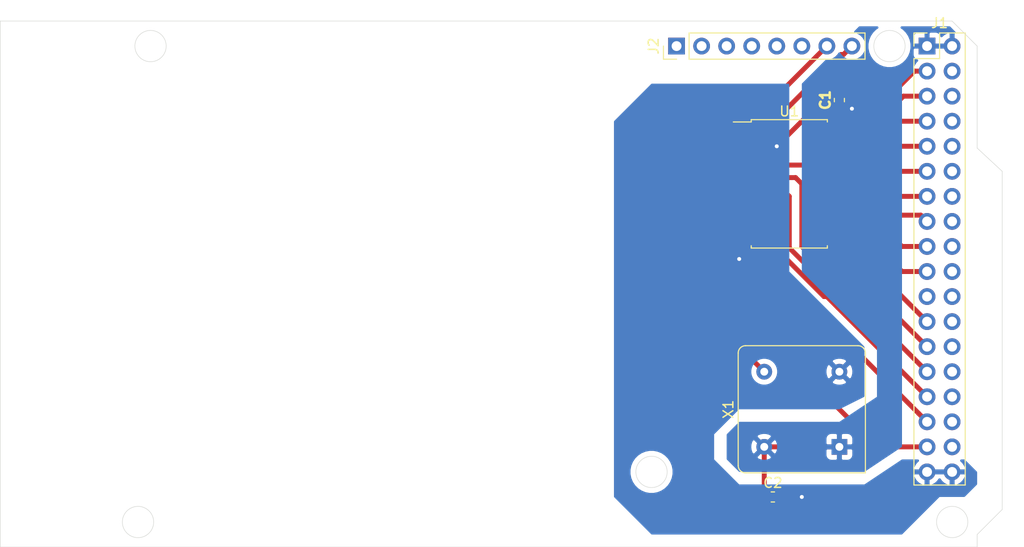
<source format=kicad_pcb>
(kicad_pcb (version 20171130) (host pcbnew "(5.1.5)-3")

  (general
    (thickness 1.6)
    (drawings 14)
    (tracks 92)
    (zones 0)
    (modules 6)
    (nets 44)
  )

  (page A4)
  (layers
    (0 F.Cu signal)
    (31 B.Cu signal)
    (32 B.Adhes user)
    (33 F.Adhes user)
    (34 B.Paste user)
    (35 F.Paste user)
    (36 B.SilkS user)
    (37 F.SilkS user)
    (38 B.Mask user)
    (39 F.Mask user)
    (40 Dwgs.User user)
    (41 Cmts.User user)
    (42 Eco1.User user)
    (43 Eco2.User user)
    (44 Edge.Cuts user)
    (45 Margin user)
    (46 B.CrtYd user)
    (47 F.CrtYd user)
    (48 B.Fab user)
    (49 F.Fab user)
  )

  (setup
    (last_trace_width 0.5)
    (trace_clearance 0.5)
    (zone_clearance 0.508)
    (zone_45_only no)
    (trace_min 0.2)
    (via_size 0.8)
    (via_drill 0.4)
    (via_min_size 0.4)
    (via_min_drill 0.3)
    (uvia_size 0.3)
    (uvia_drill 0.1)
    (uvias_allowed no)
    (uvia_min_size 0.2)
    (uvia_min_drill 0.1)
    (edge_width 0.05)
    (segment_width 0.2)
    (pcb_text_width 0.3)
    (pcb_text_size 1.5 1.5)
    (mod_edge_width 0.12)
    (mod_text_size 1 1)
    (mod_text_width 0.15)
    (pad_size 1.524 1.524)
    (pad_drill 0.762)
    (pad_to_mask_clearance 0.051)
    (solder_mask_min_width 0.25)
    (aux_axis_origin 0 0)
    (visible_elements 7FFFFFFF)
    (pcbplotparams
      (layerselection 0x010fc_ffffffff)
      (usegerberextensions false)
      (usegerberattributes false)
      (usegerberadvancedattributes false)
      (creategerberjobfile false)
      (excludeedgelayer true)
      (linewidth 0.100000)
      (plotframeref false)
      (viasonmask false)
      (mode 1)
      (useauxorigin false)
      (hpglpennumber 1)
      (hpglpenspeed 20)
      (hpglpendiameter 15.000000)
      (psnegative false)
      (psa4output false)
      (plotreference true)
      (plotvalue true)
      (plotinvisibletext false)
      (padsonsilk false)
      (subtractmaskfromsilk false)
      (outputformat 1)
      (mirror false)
      (drillshape 1)
      (scaleselection 1)
      (outputdirectory ""))
  )

  (net 0 "")
  (net 1 GND)
  (net 2 +5V)
  (net 3 "Net-(J1-Pad34)")
  (net 4 "Net-(J1-Pad32)")
  (net 5 -IACK-)
  (net 6 "Net-(J1-Pad30)")
  (net 7 -INT-)
  (net 8 "Net-(J1-Pad28)")
  (net 9 A0)
  (net 10 "Net-(J1-Pad26)")
  (net 11 -WR-)
  (net 12 "Net-(J1-Pad24)")
  (net 13 -RD-)
  (net 14 "Net-(J1-Pad22)")
  (net 15 -CS-)
  (net 16 "Net-(J1-Pad20)")
  (net 17 -RST-)
  (net 18 "Net-(J1-Pad18)")
  (net 19 D7)
  (net 20 "Net-(J1-Pad16)")
  (net 21 D6)
  (net 22 "Net-(J1-Pad14)")
  (net 23 D5)
  (net 24 "Net-(J1-Pad12)")
  (net 25 D4)
  (net 26 "Net-(J1-Pad10)")
  (net 27 D3)
  (net 28 "Net-(J1-Pad8)")
  (net 29 D2)
  (net 30 "Net-(J1-Pad6)")
  (net 31 D1)
  (net 32 "Net-(J1-Pad4)")
  (net 33 D0)
  (net 34 SDA)
  (net 35 SCL)
  (net 36 "Net-(J2-Pad6)")
  (net 37 "Net-(J2-Pad5)")
  (net 38 "Net-(J2-Pad4)")
  (net 39 "Net-(J2-Pad3)")
  (net 40 "Net-(J2-Pad2)")
  (net 41 "Net-(J2-Pad1)")
  (net 42 /CLK)
  (net 43 "Net-(J1-Pad21)")

  (net_class Default "This is the default net class."
    (clearance 0.5)
    (trace_width 0.5)
    (via_dia 0.8)
    (via_drill 0.4)
    (uvia_dia 0.3)
    (uvia_drill 0.1)
    (add_net +5V)
    (add_net -CS-)
    (add_net -IACK-)
    (add_net -INT-)
    (add_net -RD-)
    (add_net -RST-)
    (add_net -WR-)
    (add_net /CLK)
    (add_net A0)
    (add_net D0)
    (add_net D1)
    (add_net D2)
    (add_net D3)
    (add_net D4)
    (add_net D5)
    (add_net D6)
    (add_net D7)
    (add_net GND)
    (add_net "Net-(J1-Pad10)")
    (add_net "Net-(J1-Pad12)")
    (add_net "Net-(J1-Pad14)")
    (add_net "Net-(J1-Pad16)")
    (add_net "Net-(J1-Pad18)")
    (add_net "Net-(J1-Pad20)")
    (add_net "Net-(J1-Pad21)")
    (add_net "Net-(J1-Pad22)")
    (add_net "Net-(J1-Pad24)")
    (add_net "Net-(J1-Pad26)")
    (add_net "Net-(J1-Pad28)")
    (add_net "Net-(J1-Pad30)")
    (add_net "Net-(J1-Pad32)")
    (add_net "Net-(J1-Pad34)")
    (add_net "Net-(J1-Pad4)")
    (add_net "Net-(J1-Pad6)")
    (add_net "Net-(J1-Pad8)")
    (add_net "Net-(J2-Pad1)")
    (add_net "Net-(J2-Pad2)")
    (add_net "Net-(J2-Pad3)")
    (add_net "Net-(J2-Pad4)")
    (add_net "Net-(J2-Pad5)")
    (add_net "Net-(J2-Pad6)")
    (add_net SCL)
    (add_net SDA)
  )

  (module Package_SO:SOIC-20W_7.5x12.8mm_P1.27mm (layer F.Cu) (tedit 5D9F72B1) (tstamp 5DFCD0D1)
    (at 207.01 90.17)
    (descr "SOIC, 20 Pin (JEDEC MS-013AC, https://www.analog.com/media/en/package-pcb-resources/package/233848rw_20.pdf), generated with kicad-footprint-generator ipc_gullwing_generator.py")
    (tags "SOIC SO")
    (path /5E0FF1AA)
    (attr smd)
    (fp_text reference U1 (at 0 -7.35) (layer F.SilkS)
      (effects (font (size 1 1) (thickness 0.15)))
    )
    (fp_text value PCF8584 (at 0 7.35) (layer F.Fab)
      (effects (font (size 1 1) (thickness 0.15)))
    )
    (fp_text user %R (at 0 0) (layer F.Fab)
      (effects (font (size 1 1) (thickness 0.15)))
    )
    (fp_line (start 5.93 -6.65) (end -5.93 -6.65) (layer F.CrtYd) (width 0.05))
    (fp_line (start 5.93 6.65) (end 5.93 -6.65) (layer F.CrtYd) (width 0.05))
    (fp_line (start -5.93 6.65) (end 5.93 6.65) (layer F.CrtYd) (width 0.05))
    (fp_line (start -5.93 -6.65) (end -5.93 6.65) (layer F.CrtYd) (width 0.05))
    (fp_line (start -3.75 -5.4) (end -2.75 -6.4) (layer F.Fab) (width 0.1))
    (fp_line (start -3.75 6.4) (end -3.75 -5.4) (layer F.Fab) (width 0.1))
    (fp_line (start 3.75 6.4) (end -3.75 6.4) (layer F.Fab) (width 0.1))
    (fp_line (start 3.75 -6.4) (end 3.75 6.4) (layer F.Fab) (width 0.1))
    (fp_line (start -2.75 -6.4) (end 3.75 -6.4) (layer F.Fab) (width 0.1))
    (fp_line (start -3.86 -6.275) (end -5.675 -6.275) (layer F.SilkS) (width 0.12))
    (fp_line (start -3.86 -6.51) (end -3.86 -6.275) (layer F.SilkS) (width 0.12))
    (fp_line (start 0 -6.51) (end -3.86 -6.51) (layer F.SilkS) (width 0.12))
    (fp_line (start 3.86 -6.51) (end 3.86 -6.275) (layer F.SilkS) (width 0.12))
    (fp_line (start 0 -6.51) (end 3.86 -6.51) (layer F.SilkS) (width 0.12))
    (fp_line (start -3.86 6.51) (end -3.86 6.275) (layer F.SilkS) (width 0.12))
    (fp_line (start 0 6.51) (end -3.86 6.51) (layer F.SilkS) (width 0.12))
    (fp_line (start 3.86 6.51) (end 3.86 6.275) (layer F.SilkS) (width 0.12))
    (fp_line (start 0 6.51) (end 3.86 6.51) (layer F.SilkS) (width 0.12))
    (pad 20 smd roundrect (at 4.65 -5.715) (size 2.05 0.6) (layers F.Cu F.Paste F.Mask) (roundrect_rratio 0.25)
      (net 2 +5V))
    (pad 19 smd roundrect (at 4.65 -4.445) (size 2.05 0.6) (layers F.Cu F.Paste F.Mask) (roundrect_rratio 0.25)
      (net 17 -RST-))
    (pad 18 smd roundrect (at 4.65 -3.175) (size 2.05 0.6) (layers F.Cu F.Paste F.Mask) (roundrect_rratio 0.25)
      (net 11 -WR-))
    (pad 17 smd roundrect (at 4.65 -1.905) (size 2.05 0.6) (layers F.Cu F.Paste F.Mask) (roundrect_rratio 0.25)
      (net 15 -CS-))
    (pad 16 smd roundrect (at 4.65 -0.635) (size 2.05 0.6) (layers F.Cu F.Paste F.Mask) (roundrect_rratio 0.25)
      (net 13 -RD-))
    (pad 15 smd roundrect (at 4.65 0.635) (size 2.05 0.6) (layers F.Cu F.Paste F.Mask) (roundrect_rratio 0.25)
      (net 19 D7))
    (pad 14 smd roundrect (at 4.65 1.905) (size 2.05 0.6) (layers F.Cu F.Paste F.Mask) (roundrect_rratio 0.25)
      (net 21 D6))
    (pad 13 smd roundrect (at 4.65 3.175) (size 2.05 0.6) (layers F.Cu F.Paste F.Mask) (roundrect_rratio 0.25)
      (net 23 D5))
    (pad 12 smd roundrect (at 4.65 4.445) (size 2.05 0.6) (layers F.Cu F.Paste F.Mask) (roundrect_rratio 0.25)
      (net 25 D4))
    (pad 11 smd roundrect (at 4.65 5.715) (size 2.05 0.6) (layers F.Cu F.Paste F.Mask) (roundrect_rratio 0.25)
      (net 27 D3))
    (pad 10 smd roundrect (at -4.65 5.715) (size 2.05 0.6) (layers F.Cu F.Paste F.Mask) (roundrect_rratio 0.25)
      (net 1 GND))
    (pad 9 smd roundrect (at -4.65 4.445) (size 2.05 0.6) (layers F.Cu F.Paste F.Mask) (roundrect_rratio 0.25)
      (net 29 D2))
    (pad 8 smd roundrect (at -4.65 3.175) (size 2.05 0.6) (layers F.Cu F.Paste F.Mask) (roundrect_rratio 0.25)
      (net 31 D1))
    (pad 7 smd roundrect (at -4.65 1.905) (size 2.05 0.6) (layers F.Cu F.Paste F.Mask) (roundrect_rratio 0.25)
      (net 33 D0))
    (pad 6 smd roundrect (at -4.65 0.635) (size 2.05 0.6) (layers F.Cu F.Paste F.Mask) (roundrect_rratio 0.25)
      (net 9 A0))
    (pad 5 smd roundrect (at -4.65 -0.635) (size 2.05 0.6) (layers F.Cu F.Paste F.Mask) (roundrect_rratio 0.25)
      (net 7 -INT-))
    (pad 4 smd roundrect (at -4.65 -1.905) (size 2.05 0.6) (layers F.Cu F.Paste F.Mask) (roundrect_rratio 0.25)
      (net 5 -IACK-))
    (pad 3 smd roundrect (at -4.65 -3.175) (size 2.05 0.6) (layers F.Cu F.Paste F.Mask) (roundrect_rratio 0.25)
      (net 35 SCL))
    (pad 2 smd roundrect (at -4.65 -4.445) (size 2.05 0.6) (layers F.Cu F.Paste F.Mask) (roundrect_rratio 0.25)
      (net 34 SDA))
    (pad 1 smd roundrect (at -4.65 -5.715) (size 2.05 0.6) (layers F.Cu F.Paste F.Mask) (roundrect_rratio 0.25)
      (net 42 /CLK))
    (model ${KISYS3DMOD}/Package_SO.3dshapes/SOIC-20W_7.5x12.8mm_P1.27mm.wrl
      (at (xyz 0 0 0))
      (scale (xyz 1 1 1))
      (rotate (xyz 0 0 0))
    )
  )

  (module Connector_PinHeader_2.54mm:PinHeader_1x08_P2.54mm_Vertical (layer F.Cu) (tedit 59FED5CC) (tstamp 5DFCE0FD)
    (at 195.58 76.2 90)
    (descr "Through hole straight pin header, 1x08, 2.54mm pitch, single row")
    (tags "Through hole pin header THT 1x08 2.54mm single row")
    (path /5DFD613A)
    (fp_text reference J2 (at 0 -2.33 90) (layer F.SilkS)
      (effects (font (size 1 1) (thickness 0.15)))
    )
    (fp_text value Conn_01x08 (at 0 20.11 90) (layer F.Fab)
      (effects (font (size 1 1) (thickness 0.15)))
    )
    (fp_text user %R (at 0 8.89) (layer F.Fab)
      (effects (font (size 1 1) (thickness 0.15)))
    )
    (fp_line (start 1.8 -1.8) (end -1.8 -1.8) (layer F.CrtYd) (width 0.05))
    (fp_line (start 1.8 19.55) (end 1.8 -1.8) (layer F.CrtYd) (width 0.05))
    (fp_line (start -1.8 19.55) (end 1.8 19.55) (layer F.CrtYd) (width 0.05))
    (fp_line (start -1.8 -1.8) (end -1.8 19.55) (layer F.CrtYd) (width 0.05))
    (fp_line (start -1.33 -1.33) (end 0 -1.33) (layer F.SilkS) (width 0.12))
    (fp_line (start -1.33 0) (end -1.33 -1.33) (layer F.SilkS) (width 0.12))
    (fp_line (start -1.33 1.27) (end 1.33 1.27) (layer F.SilkS) (width 0.12))
    (fp_line (start 1.33 1.27) (end 1.33 19.11) (layer F.SilkS) (width 0.12))
    (fp_line (start -1.33 1.27) (end -1.33 19.11) (layer F.SilkS) (width 0.12))
    (fp_line (start -1.33 19.11) (end 1.33 19.11) (layer F.SilkS) (width 0.12))
    (fp_line (start -1.27 -0.635) (end -0.635 -1.27) (layer F.Fab) (width 0.1))
    (fp_line (start -1.27 19.05) (end -1.27 -0.635) (layer F.Fab) (width 0.1))
    (fp_line (start 1.27 19.05) (end -1.27 19.05) (layer F.Fab) (width 0.1))
    (fp_line (start 1.27 -1.27) (end 1.27 19.05) (layer F.Fab) (width 0.1))
    (fp_line (start -0.635 -1.27) (end 1.27 -1.27) (layer F.Fab) (width 0.1))
    (pad 8 thru_hole oval (at 0 17.78 90) (size 1.7 1.7) (drill 1) (layers *.Cu *.Mask)
      (net 35 SCL))
    (pad 7 thru_hole oval (at 0 15.24 90) (size 1.7 1.7) (drill 1) (layers *.Cu *.Mask)
      (net 34 SDA))
    (pad 6 thru_hole oval (at 0 12.7 90) (size 1.7 1.7) (drill 1) (layers *.Cu *.Mask)
      (net 36 "Net-(J2-Pad6)"))
    (pad 5 thru_hole oval (at 0 10.16 90) (size 1.7 1.7) (drill 1) (layers *.Cu *.Mask)
      (net 37 "Net-(J2-Pad5)"))
    (pad 4 thru_hole oval (at 0 7.62 90) (size 1.7 1.7) (drill 1) (layers *.Cu *.Mask)
      (net 38 "Net-(J2-Pad4)"))
    (pad 3 thru_hole oval (at 0 5.08 90) (size 1.7 1.7) (drill 1) (layers *.Cu *.Mask)
      (net 39 "Net-(J2-Pad3)"))
    (pad 2 thru_hole oval (at 0 2.54 90) (size 1.7 1.7) (drill 1) (layers *.Cu *.Mask)
      (net 40 "Net-(J2-Pad2)"))
    (pad 1 thru_hole rect (at 0 0 90) (size 1.7 1.7) (drill 1) (layers *.Cu *.Mask)
      (net 41 "Net-(J2-Pad1)"))
    (model ${KISYS3DMOD}/Connector_PinHeader_2.54mm.3dshapes/PinHeader_1x08_P2.54mm_Vertical.wrl
      (at (xyz 0 0 0))
      (scale (xyz 1 1 1))
      (rotate (xyz 0 0 0))
    )
  )

  (module Oscillator:Oscillator_DIP-8 (layer F.Cu) (tedit 58CD3344) (tstamp 5DFCD0F3)
    (at 212.09 116.84 90)
    (descr "Oscillator, DIP8,http://cdn-reichelt.de/documents/datenblatt/B400/OSZI.pdf")
    (tags oscillator)
    (path /5E100596)
    (fp_text reference X1 (at 3.81 -11.26 90) (layer F.SilkS)
      (effects (font (size 1 1) (thickness 0.15)))
    )
    (fp_text value 8MHz (at 3.81 3.74 90) (layer F.Fab)
      (effects (font (size 1 1) (thickness 0.15)))
    )
    (fp_arc (start -1.89 -9.51) (end -2.54 -9.51) (angle 90) (layer F.Fab) (width 0.1))
    (fp_arc (start 9.51 -9.51) (end 9.51 -10.16) (angle 90) (layer F.Fab) (width 0.1))
    (fp_arc (start 9.51 1.89) (end 10.16 1.89) (angle 90) (layer F.Fab) (width 0.1))
    (fp_arc (start -1.89 -9.51) (end -2.64 -9.51) (angle 90) (layer F.SilkS) (width 0.12))
    (fp_arc (start 9.51 -9.51) (end 9.51 -10.26) (angle 90) (layer F.SilkS) (width 0.12))
    (fp_arc (start 9.51 1.89) (end 10.26 1.89) (angle 90) (layer F.SilkS) (width 0.12))
    (fp_arc (start -1.19 -8.81) (end -1.54 -8.81) (angle 90) (layer F.Fab) (width 0.1))
    (fp_arc (start 8.81 -8.81) (end 8.81 -9.16) (angle 90) (layer F.Fab) (width 0.1))
    (fp_arc (start 8.81 1.19) (end 9.16 1.19) (angle 90) (layer F.Fab) (width 0.1))
    (fp_line (start -2.54 2.54) (end -2.54 -9.51) (layer F.Fab) (width 0.1))
    (fp_line (start -1.89 -10.16) (end 9.51 -10.16) (layer F.Fab) (width 0.1))
    (fp_line (start 10.16 -9.51) (end 10.16 1.89) (layer F.Fab) (width 0.1))
    (fp_line (start -2.54 2.54) (end 9.51 2.54) (layer F.Fab) (width 0.1))
    (fp_line (start -2.64 2.64) (end 9.51 2.64) (layer F.SilkS) (width 0.12))
    (fp_line (start 10.26 1.89) (end 10.26 -9.51) (layer F.SilkS) (width 0.12))
    (fp_line (start 9.51 -10.26) (end -1.89 -10.26) (layer F.SilkS) (width 0.12))
    (fp_line (start -2.64 -9.51) (end -2.64 2.64) (layer F.SilkS) (width 0.12))
    (fp_line (start -1.54 1.54) (end 8.81 1.54) (layer F.Fab) (width 0.1))
    (fp_line (start -1.54 1.54) (end -1.54 -8.81) (layer F.Fab) (width 0.1))
    (fp_line (start -1.19 -9.16) (end 8.81 -9.16) (layer F.Fab) (width 0.1))
    (fp_line (start 9.16 1.19) (end 9.16 -8.81) (layer F.Fab) (width 0.1))
    (fp_line (start -2.79 2.79) (end 10.41 2.79) (layer F.CrtYd) (width 0.05))
    (fp_line (start -2.79 -10.41) (end -2.79 2.79) (layer F.CrtYd) (width 0.05))
    (fp_line (start 10.41 -10.41) (end -2.79 -10.41) (layer F.CrtYd) (width 0.05))
    (fp_line (start 10.41 2.79) (end 10.41 -10.41) (layer F.CrtYd) (width 0.05))
    (fp_text user %R (at 3.81 -3.81 90) (layer F.Fab)
      (effects (font (size 1 1) (thickness 0.15)))
    )
    (pad 4 thru_hole circle (at 7.62 0 90) (size 1.6 1.6) (drill 0.8) (layers *.Cu *.Mask)
      (net 1 GND))
    (pad 5 thru_hole circle (at 7.62 -7.62 90) (size 1.6 1.6) (drill 0.8) (layers *.Cu *.Mask)
      (net 42 /CLK))
    (pad 8 thru_hole circle (at 0 -7.62 90) (size 1.6 1.6) (drill 0.8) (layers *.Cu *.Mask)
      (net 2 +5V))
    (pad 1 thru_hole rect (at 0 0 90) (size 1.6 1.6) (drill 0.8) (layers *.Cu *.Mask)
      (net 2 +5V))
    (model ${KISYS3DMOD}/Oscillator.3dshapes/Oscillator_DIP-8.wrl
      (at (xyz 0 0 0))
      (scale (xyz 1 1 1))
      (rotate (xyz 0 0 0))
    )
  )

  (module Connector_PinHeader_2.54mm:PinHeader_2x18_P2.54mm_Vertical (layer F.Cu) (tedit 59FED5CC) (tstamp 5DFCD090)
    (at 220.98 76.2)
    (descr "Through hole straight pin header, 2x18, 2.54mm pitch, double rows")
    (tags "Through hole pin header THT 2x18 2.54mm double row")
    (path /5E1401B5)
    (fp_text reference J1 (at 1.27 -2.33) (layer F.SilkS)
      (effects (font (size 1 1) (thickness 0.15)))
    )
    (fp_text value Conn_02x18_Odd_Even (at 1.27 45.51) (layer F.Fab)
      (effects (font (size 1 1) (thickness 0.15)))
    )
    (fp_text user %R (at 1.27 21.59 90) (layer F.Fab)
      (effects (font (size 1 1) (thickness 0.15)))
    )
    (fp_line (start 4.35 -1.8) (end -1.8 -1.8) (layer F.CrtYd) (width 0.05))
    (fp_line (start 4.35 44.95) (end 4.35 -1.8) (layer F.CrtYd) (width 0.05))
    (fp_line (start -1.8 44.95) (end 4.35 44.95) (layer F.CrtYd) (width 0.05))
    (fp_line (start -1.8 -1.8) (end -1.8 44.95) (layer F.CrtYd) (width 0.05))
    (fp_line (start -1.33 -1.33) (end 0 -1.33) (layer F.SilkS) (width 0.12))
    (fp_line (start -1.33 0) (end -1.33 -1.33) (layer F.SilkS) (width 0.12))
    (fp_line (start 1.27 -1.33) (end 3.87 -1.33) (layer F.SilkS) (width 0.12))
    (fp_line (start 1.27 1.27) (end 1.27 -1.33) (layer F.SilkS) (width 0.12))
    (fp_line (start -1.33 1.27) (end 1.27 1.27) (layer F.SilkS) (width 0.12))
    (fp_line (start 3.87 -1.33) (end 3.87 44.51) (layer F.SilkS) (width 0.12))
    (fp_line (start -1.33 1.27) (end -1.33 44.51) (layer F.SilkS) (width 0.12))
    (fp_line (start -1.33 44.51) (end 3.87 44.51) (layer F.SilkS) (width 0.12))
    (fp_line (start -1.27 0) (end 0 -1.27) (layer F.Fab) (width 0.1))
    (fp_line (start -1.27 44.45) (end -1.27 0) (layer F.Fab) (width 0.1))
    (fp_line (start 3.81 44.45) (end -1.27 44.45) (layer F.Fab) (width 0.1))
    (fp_line (start 3.81 -1.27) (end 3.81 44.45) (layer F.Fab) (width 0.1))
    (fp_line (start 0 -1.27) (end 3.81 -1.27) (layer F.Fab) (width 0.1))
    (pad 36 thru_hole oval (at 2.54 43.18) (size 1.7 1.7) (drill 1) (layers *.Cu *.Mask)
      (net 1 GND))
    (pad 35 thru_hole oval (at 0 43.18) (size 1.7 1.7) (drill 1) (layers *.Cu *.Mask)
      (net 1 GND))
    (pad 34 thru_hole oval (at 2.54 40.64) (size 1.7 1.7) (drill 1) (layers *.Cu *.Mask)
      (net 3 "Net-(J1-Pad34)"))
    (pad 33 thru_hole oval (at 0 40.64) (size 1.7 1.7) (drill 1) (layers *.Cu *.Mask)
      (net 29 D2))
    (pad 32 thru_hole oval (at 2.54 38.1) (size 1.7 1.7) (drill 1) (layers *.Cu *.Mask)
      (net 4 "Net-(J1-Pad32)"))
    (pad 31 thru_hole oval (at 0 38.1) (size 1.7 1.7) (drill 1) (layers *.Cu *.Mask)
      (net 31 D1))
    (pad 30 thru_hole oval (at 2.54 35.56) (size 1.7 1.7) (drill 1) (layers *.Cu *.Mask)
      (net 6 "Net-(J1-Pad30)"))
    (pad 29 thru_hole oval (at 0 35.56) (size 1.7 1.7) (drill 1) (layers *.Cu *.Mask)
      (net 33 D0))
    (pad 28 thru_hole oval (at 2.54 33.02) (size 1.7 1.7) (drill 1) (layers *.Cu *.Mask)
      (net 8 "Net-(J1-Pad28)"))
    (pad 27 thru_hole oval (at 0 33.02) (size 1.7 1.7) (drill 1) (layers *.Cu *.Mask)
      (net 9 A0))
    (pad 26 thru_hole oval (at 2.54 30.48) (size 1.7 1.7) (drill 1) (layers *.Cu *.Mask)
      (net 10 "Net-(J1-Pad26)"))
    (pad 25 thru_hole oval (at 0 30.48) (size 1.7 1.7) (drill 1) (layers *.Cu *.Mask)
      (net 7 -INT-))
    (pad 24 thru_hole oval (at 2.54 27.94) (size 1.7 1.7) (drill 1) (layers *.Cu *.Mask)
      (net 12 "Net-(J1-Pad24)"))
    (pad 23 thru_hole oval (at 0 27.94) (size 1.7 1.7) (drill 1) (layers *.Cu *.Mask)
      (net 5 -IACK-))
    (pad 22 thru_hole oval (at 2.54 25.4) (size 1.7 1.7) (drill 1) (layers *.Cu *.Mask)
      (net 14 "Net-(J1-Pad22)"))
    (pad 21 thru_hole oval (at 0 25.4) (size 1.7 1.7) (drill 1) (layers *.Cu *.Mask)
      (net 43 "Net-(J1-Pad21)"))
    (pad 20 thru_hole oval (at 2.54 22.86) (size 1.7 1.7) (drill 1) (layers *.Cu *.Mask)
      (net 16 "Net-(J1-Pad20)"))
    (pad 19 thru_hole oval (at 0 22.86) (size 1.7 1.7) (drill 1) (layers *.Cu *.Mask)
      (net 27 D3))
    (pad 18 thru_hole oval (at 2.54 20.32) (size 1.7 1.7) (drill 1) (layers *.Cu *.Mask)
      (net 18 "Net-(J1-Pad18)"))
    (pad 17 thru_hole oval (at 0 20.32) (size 1.7 1.7) (drill 1) (layers *.Cu *.Mask)
      (net 25 D4))
    (pad 16 thru_hole oval (at 2.54 17.78) (size 1.7 1.7) (drill 1) (layers *.Cu *.Mask)
      (net 20 "Net-(J1-Pad16)"))
    (pad 15 thru_hole oval (at 0 17.78) (size 1.7 1.7) (drill 1) (layers *.Cu *.Mask)
      (net 23 D5))
    (pad 14 thru_hole oval (at 2.54 15.24) (size 1.7 1.7) (drill 1) (layers *.Cu *.Mask)
      (net 22 "Net-(J1-Pad14)"))
    (pad 13 thru_hole oval (at 0 15.24) (size 1.7 1.7) (drill 1) (layers *.Cu *.Mask)
      (net 21 D6))
    (pad 12 thru_hole oval (at 2.54 12.7) (size 1.7 1.7) (drill 1) (layers *.Cu *.Mask)
      (net 24 "Net-(J1-Pad12)"))
    (pad 11 thru_hole oval (at 0 12.7) (size 1.7 1.7) (drill 1) (layers *.Cu *.Mask)
      (net 19 D7))
    (pad 10 thru_hole oval (at 2.54 10.16) (size 1.7 1.7) (drill 1) (layers *.Cu *.Mask)
      (net 26 "Net-(J1-Pad10)"))
    (pad 9 thru_hole oval (at 0 10.16) (size 1.7 1.7) (drill 1) (layers *.Cu *.Mask)
      (net 13 -RD-))
    (pad 8 thru_hole oval (at 2.54 7.62) (size 1.7 1.7) (drill 1) (layers *.Cu *.Mask)
      (net 28 "Net-(J1-Pad8)"))
    (pad 7 thru_hole oval (at 0 7.62) (size 1.7 1.7) (drill 1) (layers *.Cu *.Mask)
      (net 15 -CS-))
    (pad 6 thru_hole oval (at 2.54 5.08) (size 1.7 1.7) (drill 1) (layers *.Cu *.Mask)
      (net 30 "Net-(J1-Pad6)"))
    (pad 5 thru_hole oval (at 0 5.08) (size 1.7 1.7) (drill 1) (layers *.Cu *.Mask)
      (net 11 -WR-))
    (pad 4 thru_hole oval (at 2.54 2.54) (size 1.7 1.7) (drill 1) (layers *.Cu *.Mask)
      (net 32 "Net-(J1-Pad4)"))
    (pad 3 thru_hole oval (at 0 2.54) (size 1.7 1.7) (drill 1) (layers *.Cu *.Mask)
      (net 17 -RST-))
    (pad 2 thru_hole oval (at 2.54 0) (size 1.7 1.7) (drill 1) (layers *.Cu *.Mask)
      (net 2 +5V))
    (pad 1 thru_hole rect (at 0 0) (size 1.7 1.7) (drill 1) (layers *.Cu *.Mask)
      (net 2 +5V))
    (model ${KISYS3DMOD}/Connector_PinHeader_2.54mm.3dshapes/PinHeader_2x18_P2.54mm_Vertical.wrl
      (at (xyz 0 0 0))
      (scale (xyz 1 1 1))
      (rotate (xyz 0 0 0))
    )
  )

  (module Capacitor_SMD:C_0603_1608Metric_Pad1.05x0.95mm_HandSolder (layer F.Cu) (tedit 5B301BBE) (tstamp 5DFCD056)
    (at 205.345 121.92)
    (descr "Capacitor SMD 0603 (1608 Metric), square (rectangular) end terminal, IPC_7351 nominal with elongated pad for handsoldering. (Body size source: http://www.tortai-tech.com/upload/download/2011102023233369053.pdf), generated with kicad-footprint-generator")
    (tags "capacitor handsolder")
    (path /5E105B53)
    (attr smd)
    (fp_text reference C2 (at 0 -1.43) (layer F.SilkS)
      (effects (font (size 1 1) (thickness 0.15)))
    )
    (fp_text value 0.1u (at 0 1.43) (layer F.Fab)
      (effects (font (size 1 1) (thickness 0.15)))
    )
    (fp_text user %R (at 0 0) (layer F.Fab)
      (effects (font (size 0.4 0.4) (thickness 0.06)))
    )
    (fp_line (start 1.65 0.73) (end -1.65 0.73) (layer F.CrtYd) (width 0.05))
    (fp_line (start 1.65 -0.73) (end 1.65 0.73) (layer F.CrtYd) (width 0.05))
    (fp_line (start -1.65 -0.73) (end 1.65 -0.73) (layer F.CrtYd) (width 0.05))
    (fp_line (start -1.65 0.73) (end -1.65 -0.73) (layer F.CrtYd) (width 0.05))
    (fp_line (start -0.171267 0.51) (end 0.171267 0.51) (layer F.SilkS) (width 0.12))
    (fp_line (start -0.171267 -0.51) (end 0.171267 -0.51) (layer F.SilkS) (width 0.12))
    (fp_line (start 0.8 0.4) (end -0.8 0.4) (layer F.Fab) (width 0.1))
    (fp_line (start 0.8 -0.4) (end 0.8 0.4) (layer F.Fab) (width 0.1))
    (fp_line (start -0.8 -0.4) (end 0.8 -0.4) (layer F.Fab) (width 0.1))
    (fp_line (start -0.8 0.4) (end -0.8 -0.4) (layer F.Fab) (width 0.1))
    (pad 2 smd roundrect (at 0.875 0) (size 1.05 0.95) (layers F.Cu F.Paste F.Mask) (roundrect_rratio 0.25)
      (net 1 GND))
    (pad 1 smd roundrect (at -0.875 0) (size 1.05 0.95) (layers F.Cu F.Paste F.Mask) (roundrect_rratio 0.25)
      (net 2 +5V))
    (model ${KISYS3DMOD}/Capacitor_SMD.3dshapes/C_0603_1608Metric.wrl
      (at (xyz 0 0 0))
      (scale (xyz 1 1 1))
      (rotate (xyz 0 0 0))
    )
  )

  (module Capacitor_SMD:C_0603_1608Metric_Pad1.05x0.95mm_HandSolder (layer F.Cu) (tedit 5B301BBE) (tstamp 5DFCFDF5)
    (at 212.09 81.675 90)
    (descr "Capacitor SMD 0603 (1608 Metric), square (rectangular) end terminal, IPC_7351 nominal with elongated pad for handsoldering. (Body size source: http://www.tortai-tech.com/upload/download/2011102023233369053.pdf), generated with kicad-footprint-generator")
    (tags "capacitor handsolder")
    (path /5E1090D9)
    (attr smd)
    (fp_text reference C1 (at 0 -1.43 90) (layer F.SilkS)
      (effects (font (size 1 1) (thickness 0.25)))
    )
    (fp_text value 0.1u (at 0 1.43 90) (layer F.Fab)
      (effects (font (size 1 1) (thickness 0.15)))
    )
    (fp_text user %R (at 0 0 90) (layer F.Fab)
      (effects (font (size 0.4 0.4) (thickness 0.06)))
    )
    (fp_line (start 1.65 0.73) (end -1.65 0.73) (layer F.CrtYd) (width 0.05))
    (fp_line (start 1.65 -0.73) (end 1.65 0.73) (layer F.CrtYd) (width 0.05))
    (fp_line (start -1.65 -0.73) (end 1.65 -0.73) (layer F.CrtYd) (width 0.05))
    (fp_line (start -1.65 0.73) (end -1.65 -0.73) (layer F.CrtYd) (width 0.05))
    (fp_line (start -0.171267 0.51) (end 0.171267 0.51) (layer F.SilkS) (width 0.12))
    (fp_line (start -0.171267 -0.51) (end 0.171267 -0.51) (layer F.SilkS) (width 0.12))
    (fp_line (start 0.8 0.4) (end -0.8 0.4) (layer F.Fab) (width 0.1))
    (fp_line (start 0.8 -0.4) (end 0.8 0.4) (layer F.Fab) (width 0.1))
    (fp_line (start -0.8 -0.4) (end 0.8 -0.4) (layer F.Fab) (width 0.1))
    (fp_line (start -0.8 0.4) (end -0.8 -0.4) (layer F.Fab) (width 0.1))
    (pad 2 smd roundrect (at 0.875 0 90) (size 1.05 0.95) (layers F.Cu F.Paste F.Mask) (roundrect_rratio 0.25)
      (net 1 GND))
    (pad 1 smd roundrect (at -0.875 0 90) (size 1.05 0.95) (layers F.Cu F.Paste F.Mask) (roundrect_rratio 0.25)
      (net 2 +5V))
    (model ${KISYS3DMOD}/Capacitor_SMD.3dshapes/C_0603_1608Metric.wrl
      (at (xyz 0 0 0))
      (scale (xyz 1 1 1))
      (rotate (xyz 0 0 0))
    )
  )

  (gr_circle (center 140.97 124.46) (end 142.5575 124.46) (layer Edge.Cuts) (width 0.05) (tstamp 5DFCD7EE))
  (gr_circle (center 142.24 76.2) (end 143.8275 76.2) (layer Edge.Cuts) (width 0.05) (tstamp 5DFCD7EE))
  (gr_circle (center 193.04 119.38) (end 194.6275 119.38) (layer Edge.Cuts) (width 0.05) (tstamp 5DFCD7EE))
  (gr_circle (center 217.17 76.2) (end 218.7575 76.2) (layer Edge.Cuts) (width 0.05))
  (gr_circle (center 223.53 124.46) (end 225.1175 124.46) (layer Edge.Cuts) (width 0.05))
  (gr_line (start 226.06 125.73) (end 228.6 123.19) (layer Edge.Cuts) (width 0.05) (tstamp 5DFCD2AA))
  (gr_line (start 226.06 127) (end 226.06 125.73) (layer Edge.Cuts) (width 0.05))
  (gr_line (start 228.6 88.9) (end 226.06 86.54) (layer Edge.Cuts) (width 0.05) (tstamp 5DFCD29C))
  (gr_line (start 228.6 88.9) (end 228.6 123.19) (layer Edge.Cuts) (width 0.05))
  (gr_line (start 223.52 73.66) (end 226.06 76.2) (layer Edge.Cuts) (width 0.05) (tstamp 5DFCD28F))
  (gr_line (start 223.52 73.66) (end 127 73.66) (layer Edge.Cuts) (width 0.05) (tstamp 5DFCD278))
  (gr_line (start 226.06 86.54) (end 226.06 76.2) (layer Edge.Cuts) (width 0.05))
  (gr_line (start 127 127) (end 127 73.66) (layer Edge.Cuts) (width 0.05))
  (gr_line (start 127 127) (end 226.06 127) (layer Edge.Cuts) (width 0.05))

  (via (at 201.93 97.79) (size 0.8) (drill 0.4) (layers F.Cu B.Cu) (net 1))
  (segment (start 201.93 96.315) (end 202.36 95.885) (width 0.5) (layer F.Cu) (net 1))
  (segment (start 201.93 97.79) (end 201.93 96.315) (width 0.5) (layer F.Cu) (net 1))
  (via (at 208.28 121.92) (size 0.8) (drill 0.4) (layers F.Cu B.Cu) (net 1))
  (segment (start 206.22 121.92) (end 208.28 121.92) (width 0.5) (layer F.Cu) (net 1))
  (via (at 205.74 86.36) (size 0.8) (drill 0.4) (layers F.Cu B.Cu) (net 1))
  (segment (start 211.3 80.8) (end 212.09 80.8) (width 0.5) (layer F.Cu) (net 1))
  (segment (start 205.74 86.36) (end 211.3 80.8) (width 0.5) (layer F.Cu) (net 1))
  (segment (start 211.66 82.98) (end 212.09 82.55) (width 0.5) (layer F.Cu) (net 2))
  (segment (start 211.66 84.455) (end 211.66 82.98) (width 0.5) (layer F.Cu) (net 2))
  (segment (start 204.47 121.92) (end 204.47 116.84) (width 0.5) (layer F.Cu) (net 2))
  (segment (start 204.47 116.84) (end 212.09 116.84) (width 0.5) (layer F.Cu) (net 2))
  (via (at 213.36 82.55) (size 0.8) (drill 0.4) (layers F.Cu B.Cu) (net 2))
  (segment (start 212.09 82.55) (end 213.36 82.55) (width 0.5) (layer F.Cu) (net 2))
  (segment (start 202.36 88.265) (end 208.915 88.265) (width 0.5) (layer F.Cu) (net 5))
  (segment (start 208.915 88.265) (end 209.55 88.9) (width 0.5) (layer F.Cu) (net 5))
  (segment (start 209.55 96.072808) (end 211.267192 97.79) (width 0.5) (layer F.Cu) (net 5))
  (segment (start 209.55 88.9) (end 209.55 96.072808) (width 0.5) (layer F.Cu) (net 5))
  (segment (start 214.63 97.79) (end 220.98 104.14) (width 0.5) (layer F.Cu) (net 5))
  (segment (start 211.267192 97.79) (end 214.63 97.79) (width 0.5) (layer F.Cu) (net 5))
  (segment (start 202.36 89.535) (end 207.645 89.535) (width 0.5) (layer F.Cu) (net 7))
  (segment (start 207.645 89.535) (end 208.28 90.17) (width 0.5) (layer F.Cu) (net 7))
  (segment (start 208.28 90.17) (end 208.28 96.52) (width 0.5) (layer F.Cu) (net 7))
  (segment (start 208.28 96.52) (end 210.82 99.06) (width 0.5) (layer F.Cu) (net 7))
  (segment (start 214.485774 100.185774) (end 220.98 106.68) (width 0.5) (layer F.Cu) (net 7))
  (segment (start 213.36 99.06) (end 214.485774 100.185774) (width 0.5) (layer F.Cu) (net 7))
  (segment (start 210.82 99.06) (end 213.36 99.06) (width 0.5) (layer F.Cu) (net 7))
  (segment (start 202.36 90.805) (end 206.375 90.805) (width 0.5) (layer F.Cu) (net 9))
  (segment (start 206.375 90.805) (end 207.01 91.44) (width 0.5) (layer F.Cu) (net 9))
  (segment (start 207.01 91.44) (end 207.01 96.664226) (width 0.5) (layer F.Cu) (net 9))
  (segment (start 207.01 96.664226) (end 210.675774 100.33) (width 0.5) (layer F.Cu) (net 9))
  (segment (start 212.09 100.33) (end 220.98 109.22) (width 0.5) (layer F.Cu) (net 9))
  (segment (start 210.675774 100.33) (end 212.09 100.33) (width 0.5) (layer F.Cu) (net 9))
  (segment (start 211.66 86.995) (end 212.869226 86.995) (width 0.5) (layer F.Cu) (net 11))
  (segment (start 218.584226 81.28) (end 220.98 81.28) (width 0.5) (layer F.Cu) (net 11))
  (segment (start 212.869226 86.995) (end 218.584226 81.28) (width 0.5) (layer F.Cu) (net 11))
  (segment (start 211.66 89.535) (end 213.157678 89.535) (width 0.5) (layer F.Cu) (net 13))
  (segment (start 216.332678 86.36) (end 220.98 86.36) (width 0.5) (layer F.Cu) (net 13))
  (segment (start 213.157678 89.535) (end 216.332678 86.36) (width 0.5) (layer F.Cu) (net 13))
  (segment (start 211.66 88.265) (end 213.013452 88.265) (width 0.5) (layer F.Cu) (net 15))
  (segment (start 217.458452 83.82) (end 220.98 83.82) (width 0.5) (layer F.Cu) (net 15))
  (segment (start 213.013452 88.265) (end 217.458452 83.82) (width 0.5) (layer F.Cu) (net 15))
  (segment (start 211.66 85.725) (end 212.725 85.725) (width 0.5) (layer F.Cu) (net 17))
  (segment (start 219.71 78.74) (end 220.98 78.74) (width 0.5) (layer F.Cu) (net 17))
  (segment (start 212.725 85.725) (end 219.71 78.74) (width 0.5) (layer F.Cu) (net 17))
  (segment (start 211.66 90.805) (end 213.301904 90.805) (width 0.5) (layer F.Cu) (net 19))
  (segment (start 215.206904 88.9) (end 220.98 88.9) (width 0.5) (layer F.Cu) (net 19))
  (segment (start 213.301904 90.805) (end 215.206904 88.9) (width 0.5) (layer F.Cu) (net 19))
  (segment (start 211.66 92.075) (end 213.995 92.075) (width 0.5) (layer F.Cu) (net 21))
  (segment (start 214.63 91.44) (end 220.98 91.44) (width 0.5) (layer F.Cu) (net 21))
  (segment (start 213.995 92.075) (end 214.63 91.44) (width 0.5) (layer F.Cu) (net 21))
  (segment (start 220.345 93.345) (end 220.98 93.98) (width 0.5) (layer F.Cu) (net 23))
  (segment (start 211.66 93.345) (end 220.345 93.345) (width 0.5) (layer F.Cu) (net 23))
  (segment (start 211.66 94.615) (end 216.535 94.615) (width 0.5) (layer F.Cu) (net 25))
  (segment (start 218.44 96.52) (end 220.98 96.52) (width 0.5) (layer F.Cu) (net 25))
  (segment (start 216.535 94.615) (end 218.44 96.52) (width 0.5) (layer F.Cu) (net 25))
  (segment (start 211.66 95.885) (end 215.265 95.885) (width 0.5) (layer F.Cu) (net 27))
  (segment (start 218.44 99.06) (end 220.98 99.06) (width 0.5) (layer F.Cu) (net 27))
  (segment (start 215.265 95.885) (end 218.44 99.06) (width 0.5) (layer F.Cu) (net 27))
  (segment (start 200.025 94.615) (end 202.36 94.615) (width 0.5) (layer F.Cu) (net 29))
  (segment (start 199.39 95.25) (end 200.025 94.615) (width 0.5) (layer F.Cu) (net 29))
  (segment (start 199.39 100.33) (end 199.39 95.25) (width 0.5) (layer F.Cu) (net 29))
  (segment (start 220.98 116.84) (end 215.9 116.84) (width 0.5) (layer F.Cu) (net 29))
  (segment (start 215.9 116.84) (end 199.39 100.33) (width 0.5) (layer F.Cu) (net 29))
  (segment (start 203.387808 93.345) (end 204.47 94.427192) (width 0.5) (layer F.Cu) (net 31))
  (segment (start 202.36 93.345) (end 203.387808 93.345) (width 0.5) (layer F.Cu) (net 31))
  (segment (start 204.47 94.427192) (end 204.47 96.952678) (width 0.5) (layer F.Cu) (net 31))
  (segment (start 220.130001 113.450001) (end 220.98 114.3) (width 0.5) (layer F.Cu) (net 31))
  (segment (start 213.640001 106.960001) (end 220.130001 113.450001) (width 0.5) (layer F.Cu) (net 31))
  (segment (start 213.640001 106.122679) (end 213.640001 106.960001) (width 0.5) (layer F.Cu) (net 31))
  (segment (start 204.47 96.952678) (end 213.640001 106.122679) (width 0.5) (layer F.Cu) (net 31))
  (segment (start 211.945774 102.725774) (end 220.98 111.76) (width 0.5) (layer F.Cu) (net 33))
  (segment (start 205.105 92.075) (end 205.74 92.71) (width 0.5) (layer F.Cu) (net 33))
  (segment (start 205.74 92.71) (end 205.74 96.808452) (width 0.5) (layer F.Cu) (net 33))
  (segment (start 202.36 92.075) (end 205.105 92.075) (width 0.5) (layer F.Cu) (net 33))
  (segment (start 205.74 96.808452) (end 210.531548 101.6) (width 0.5) (layer F.Cu) (net 33))
  (segment (start 210.82 101.6) (end 211.945774 102.725774) (width 0.5) (layer F.Cu) (net 33))
  (segment (start 210.531548 101.6) (end 210.82 101.6) (width 0.5) (layer F.Cu) (net 33))
  (segment (start 203.387808 85.725) (end 204.47 84.642808) (width 0.5) (layer F.Cu) (net 34))
  (segment (start 202.36 85.725) (end 203.387808 85.725) (width 0.5) (layer F.Cu) (net 34))
  (segment (start 204.47 82.55) (end 210.82 76.2) (width 0.5) (layer F.Cu) (net 34))
  (segment (start 204.47 84.642808) (end 204.47 82.55) (width 0.5) (layer F.Cu) (net 34))
  (segment (start 203.532035 86.995) (end 205.74 84.787035) (width 0.5) (layer F.Cu) (net 35))
  (segment (start 202.36 86.995) (end 203.532035 86.995) (width 0.5) (layer F.Cu) (net 35))
  (segment (start 212.510001 77.049999) (end 213.36 76.2) (width 0.5) (layer F.Cu) (net 35))
  (segment (start 212.253449 77.049999) (end 212.510001 77.049999) (width 0.5) (layer F.Cu) (net 35))
  (segment (start 205.74 83.563448) (end 212.253449 77.049999) (width 0.5) (layer F.Cu) (net 35))
  (segment (start 205.74 84.787035) (end 205.74 83.563448) (width 0.5) (layer F.Cu) (net 35))
  (segment (start 198.12 102.87) (end 204.47 109.22) (width 0.5) (layer F.Cu) (net 42))
  (segment (start 198.12 86.36) (end 198.12 102.87) (width 0.5) (layer F.Cu) (net 42))
  (segment (start 202.36 84.455) (end 200.025 84.455) (width 0.5) (layer F.Cu) (net 42))
  (segment (start 200.025 84.455) (end 198.12 86.36) (width 0.5) (layer F.Cu) (net 42))

  (zone (net 2) (net_name +5V) (layer B.Cu) (tstamp 0) (hatch edge 0.508)
    (connect_pads (clearance 0.508))
    (min_thickness 0.254)
    (fill yes (arc_segments 32) (thermal_gap 0.508) (thermal_bridge_width 0.508))
    (polygon
      (pts
        (xy 224.79 74.93) (xy 224.79 77.47) (xy 223.52 78.74) (xy 219.71 78.74) (xy 218.44 80.01)
        (xy 218.44 116.84) (xy 214.63 119.38) (xy 201.93 119.38) (xy 200.66 118.11) (xy 200.66 115.57)
        (xy 201.93 114.3) (xy 212.09 114.3) (xy 215.9 111.76) (xy 215.9 106.68) (xy 208.28 99.06)
        (xy 208.28 80.01) (xy 214.63 73.66) (xy 223.52 73.66)
      )
    )
    (filled_polygon
      (pts
        (xy 215.731513 74.447199) (xy 215.417199 74.761513) (xy 215.170244 75.131108) (xy 215.000138 75.541779) (xy 214.913419 75.977746)
        (xy 214.913419 76.422254) (xy 215.000138 76.858221) (xy 215.170244 77.268892) (xy 215.417199 77.638487) (xy 215.731513 77.952801)
        (xy 216.101108 78.199756) (xy 216.511779 78.369862) (xy 216.947746 78.456581) (xy 217.392254 78.456581) (xy 217.828221 78.369862)
        (xy 218.238892 78.199756) (xy 218.608487 77.952801) (xy 218.922801 77.638487) (xy 219.169756 77.268892) (xy 219.339862 76.858221)
        (xy 219.426581 76.422254) (xy 219.426581 75.977746) (xy 219.339862 75.541779) (xy 219.260425 75.35) (xy 219.491928 75.35)
        (xy 219.495 75.91425) (xy 219.65375 76.073) (xy 220.853 76.073) (xy 220.853 74.87375) (xy 221.107 74.87375)
        (xy 221.107 76.073) (xy 223.393 76.073) (xy 223.393 74.879186) (xy 223.163109 74.758519) (xy 222.888748 74.855843)
        (xy 222.638645 75.004822) (xy 222.442498 75.181626) (xy 222.419502 75.10582) (xy 222.360537 74.995506) (xy 222.281185 74.898815)
        (xy 222.184494 74.819463) (xy 222.07418 74.760498) (xy 221.954482 74.724188) (xy 221.83 74.711928) (xy 221.26575 74.715)
        (xy 221.107 74.87375) (xy 220.853 74.87375) (xy 220.69425 74.715) (xy 220.13 74.711928) (xy 220.005518 74.724188)
        (xy 219.88582 74.760498) (xy 219.775506 74.819463) (xy 219.678815 74.898815) (xy 219.599463 74.995506) (xy 219.540498 75.10582)
        (xy 219.504188 75.225518) (xy 219.491928 75.35) (xy 219.260425 75.35) (xy 219.169756 75.131108) (xy 218.922801 74.761513)
        (xy 218.608487 74.447199) (xy 218.41812 74.32) (xy 223.24662 74.32) (xy 223.751143 74.824523) (xy 223.647 74.879186)
        (xy 223.647 76.073) (xy 223.667 76.073) (xy 223.667 76.327) (xy 223.647 76.327) (xy 223.647 76.347)
        (xy 223.393 76.347) (xy 223.393 76.327) (xy 221.107 76.327) (xy 221.107 76.347) (xy 220.853 76.347)
        (xy 220.853 76.327) (xy 219.65375 76.327) (xy 219.495 76.48575) (xy 219.491928 77.05) (xy 219.504188 77.174482)
        (xy 219.540498 77.29418) (xy 219.599463 77.404494) (xy 219.678815 77.501185) (xy 219.775506 77.580537) (xy 219.88582 77.639502)
        (xy 219.95838 77.661513) (xy 219.826525 77.793368) (xy 219.66401 78.036589) (xy 219.552068 78.306842) (xy 219.495 78.59374)
        (xy 219.495 78.775394) (xy 218.350197 79.920197) (xy 218.334403 79.939443) (xy 218.322667 79.961399) (xy 218.31544 79.985224)
        (xy 218.313 80.01) (xy 218.313 116.772032) (xy 214.591548 119.253) (xy 201.982606 119.253) (xy 200.787 118.057394)
        (xy 200.787 117.832702) (xy 203.656903 117.832702) (xy 203.728486 118.076671) (xy 203.983996 118.197571) (xy 204.258184 118.2663)
        (xy 204.540512 118.280217) (xy 204.82013 118.238787) (xy 205.086292 118.143603) (xy 205.211514 118.076671) (xy 205.283097 117.832702)
        (xy 204.47 117.019605) (xy 203.656903 117.832702) (xy 200.787 117.832702) (xy 200.787 116.910512) (xy 203.029783 116.910512)
        (xy 203.071213 117.19013) (xy 203.166397 117.456292) (xy 203.233329 117.581514) (xy 203.477298 117.653097) (xy 204.290395 116.84)
        (xy 204.649605 116.84) (xy 205.462702 117.653097) (xy 205.507339 117.64) (xy 210.651928 117.64) (xy 210.664188 117.764482)
        (xy 210.700498 117.88418) (xy 210.759463 117.994494) (xy 210.838815 118.091185) (xy 210.935506 118.170537) (xy 211.04582 118.229502)
        (xy 211.165518 118.265812) (xy 211.29 118.278072) (xy 211.80425 118.275) (xy 211.963 118.11625) (xy 211.963 116.967)
        (xy 212.217 116.967) (xy 212.217 118.11625) (xy 212.37575 118.275) (xy 212.89 118.278072) (xy 213.014482 118.265812)
        (xy 213.13418 118.229502) (xy 213.244494 118.170537) (xy 213.341185 118.091185) (xy 213.420537 117.994494) (xy 213.479502 117.88418)
        (xy 213.515812 117.764482) (xy 213.528072 117.64) (xy 213.525 117.12575) (xy 213.36625 116.967) (xy 212.217 116.967)
        (xy 211.963 116.967) (xy 210.81375 116.967) (xy 210.655 117.12575) (xy 210.651928 117.64) (xy 205.507339 117.64)
        (xy 205.706671 117.581514) (xy 205.827571 117.326004) (xy 205.8963 117.051816) (xy 205.910217 116.769488) (xy 205.868787 116.48987)
        (xy 205.773603 116.223708) (xy 205.706671 116.098486) (xy 205.50734 116.04) (xy 210.651928 116.04) (xy 210.655 116.55425)
        (xy 210.81375 116.713) (xy 211.963 116.713) (xy 211.963 115.56375) (xy 212.217 115.56375) (xy 212.217 116.713)
        (xy 213.36625 116.713) (xy 213.525 116.55425) (xy 213.528072 116.04) (xy 213.515812 115.915518) (xy 213.479502 115.79582)
        (xy 213.420537 115.685506) (xy 213.341185 115.588815) (xy 213.244494 115.509463) (xy 213.13418 115.450498) (xy 213.014482 115.414188)
        (xy 212.89 115.401928) (xy 212.37575 115.405) (xy 212.217 115.56375) (xy 211.963 115.56375) (xy 211.80425 115.405)
        (xy 211.29 115.401928) (xy 211.165518 115.414188) (xy 211.04582 115.450498) (xy 210.935506 115.509463) (xy 210.838815 115.588815)
        (xy 210.759463 115.685506) (xy 210.700498 115.79582) (xy 210.664188 115.915518) (xy 210.651928 116.04) (xy 205.50734 116.04)
        (xy 205.462702 116.026903) (xy 204.649605 116.84) (xy 204.290395 116.84) (xy 203.477298 116.026903) (xy 203.233329 116.098486)
        (xy 203.112429 116.353996) (xy 203.0437 116.628184) (xy 203.029783 116.910512) (xy 200.787 116.910512) (xy 200.787 115.847298)
        (xy 203.656903 115.847298) (xy 204.47 116.660395) (xy 205.283097 115.847298) (xy 205.211514 115.603329) (xy 204.956004 115.482429)
        (xy 204.681816 115.4137) (xy 204.399488 115.399783) (xy 204.11987 115.441213) (xy 203.853708 115.536397) (xy 203.728486 115.603329)
        (xy 203.656903 115.847298) (xy 200.787 115.847298) (xy 200.787 115.622606) (xy 201.982606 114.427) (xy 212.09 114.427)
        (xy 212.114776 114.42456) (xy 212.138601 114.417333) (xy 212.160447 114.40567) (xy 215.970447 111.86567) (xy 215.989709 111.849896)
        (xy 216.005523 111.830668) (xy 216.017282 111.808724) (xy 216.024534 111.784907) (xy 216.027 111.76) (xy 216.027 106.68)
        (xy 216.02456 106.655224) (xy 216.017333 106.631399) (xy 216.005597 106.609443) (xy 215.989803 106.590197) (xy 208.407 99.007394)
        (xy 208.407 80.062606) (xy 210.784606 77.685) (xy 210.96626 77.685) (xy 211.253158 77.627932) (xy 211.523411 77.51599)
        (xy 211.766632 77.353475) (xy 211.973475 77.146632) (xy 212.09 76.97224) (xy 212.206525 77.146632) (xy 212.413368 77.353475)
        (xy 212.656589 77.51599) (xy 212.926842 77.627932) (xy 213.21374 77.685) (xy 213.50626 77.685) (xy 213.793158 77.627932)
        (xy 214.063411 77.51599) (xy 214.306632 77.353475) (xy 214.513475 77.146632) (xy 214.67599 76.903411) (xy 214.787932 76.633158)
        (xy 214.845 76.34626) (xy 214.845 76.05374) (xy 214.787932 75.766842) (xy 214.67599 75.496589) (xy 214.513475 75.253368)
        (xy 214.306632 75.046525) (xy 214.063411 74.88401) (xy 213.793158 74.772068) (xy 213.713402 74.756204) (xy 214.149606 74.32)
        (xy 215.92188 74.32)
      )
    )
  )
  (zone (net 1) (net_name GND) (layer B.Cu) (tstamp 0) (hatch edge 0.508)
    (connect_pads (clearance 0.508))
    (min_thickness 0.254)
    (fill yes (arc_segments 32) (thermal_gap 0.508) (thermal_bridge_width 0.508))
    (polygon
      (pts
        (xy 207.01 99.06) (xy 214.63 106.68) (xy 214.63 111.76) (xy 212.09 113.03) (xy 201.93 113.03)
        (xy 199.39 115.57) (xy 199.39 118.11) (xy 201.93 120.65) (xy 214.63 120.65) (xy 218.44 118.11)
        (xy 224.79 118.11) (xy 226.06 119.38) (xy 226.06 120.65) (xy 224.79 121.92) (xy 222.25 121.92)
        (xy 218.44 125.73) (xy 193.04 125.73) (xy 189.23 121.92) (xy 189.23 83.82) (xy 193.04 80.01)
        (xy 207.01 80.01)
      )
    )
    (filled_polygon
      (pts
        (xy 206.883 99.06) (xy 206.88544 99.084776) (xy 206.892667 99.108601) (xy 206.904403 99.130557) (xy 206.920197 99.149803)
        (xy 214.503 106.732606) (xy 214.503 111.68151) (xy 212.06002 112.903) (xy 201.93 112.903) (xy 201.905224 112.90544)
        (xy 201.881399 112.912667) (xy 201.859443 112.924403) (xy 201.840197 112.940197) (xy 199.300197 115.480197) (xy 199.284403 115.499443)
        (xy 199.272667 115.521399) (xy 199.26544 115.545224) (xy 199.263 115.57) (xy 199.263 118.11) (xy 199.26544 118.134776)
        (xy 199.272667 118.158601) (xy 199.284403 118.180557) (xy 199.300197 118.199803) (xy 201.840197 120.739803) (xy 201.859443 120.755597)
        (xy 201.881399 120.767333) (xy 201.905224 120.77456) (xy 201.93 120.777) (xy 214.63 120.777) (xy 214.654776 120.77456)
        (xy 214.678601 120.767333) (xy 214.700447 120.75567) (xy 216.228617 119.73689) (xy 219.538524 119.73689) (xy 219.583175 119.884099)
        (xy 219.708359 120.14692) (xy 219.882412 120.380269) (xy 220.098645 120.575178) (xy 220.348748 120.724157) (xy 220.623109 120.821481)
        (xy 220.853 120.700814) (xy 220.853 119.507) (xy 221.107 119.507) (xy 221.107 120.700814) (xy 221.336891 120.821481)
        (xy 221.611252 120.724157) (xy 221.861355 120.575178) (xy 222.077588 120.380269) (xy 222.25 120.14912) (xy 222.422412 120.380269)
        (xy 222.638645 120.575178) (xy 222.888748 120.724157) (xy 223.163109 120.821481) (xy 223.393 120.700814) (xy 223.393 119.507)
        (xy 223.647 119.507) (xy 223.647 120.700814) (xy 223.876891 120.821481) (xy 224.151252 120.724157) (xy 224.401355 120.575178)
        (xy 224.617588 120.380269) (xy 224.791641 120.14692) (xy 224.916825 119.884099) (xy 224.961476 119.73689) (xy 224.840155 119.507)
        (xy 223.647 119.507) (xy 223.393 119.507) (xy 221.107 119.507) (xy 220.853 119.507) (xy 219.659845 119.507)
        (xy 219.538524 119.73689) (xy 216.228617 119.73689) (xy 218.478452 118.237) (xy 220.040758 118.237) (xy 219.882412 118.379731)
        (xy 219.708359 118.61308) (xy 219.583175 118.875901) (xy 219.538524 119.02311) (xy 219.659845 119.253) (xy 220.853 119.253)
        (xy 220.853 119.233) (xy 221.107 119.233) (xy 221.107 119.253) (xy 223.393 119.253) (xy 223.393 119.233)
        (xy 223.647 119.233) (xy 223.647 119.253) (xy 224.840155 119.253) (xy 224.961476 119.02311) (xy 224.916825 118.875901)
        (xy 224.791641 118.61308) (xy 224.617588 118.379731) (xy 224.459242 118.237) (xy 224.737394 118.237) (xy 225.933 119.432606)
        (xy 225.933 120.597394) (xy 224.737394 121.793) (xy 222.25 121.793) (xy 222.225224 121.79544) (xy 222.201399 121.802667)
        (xy 222.179443 121.814403) (xy 222.160197 121.830197) (xy 218.387394 125.603) (xy 193.092606 125.603) (xy 189.357 121.867394)
        (xy 189.357 119.157746) (xy 190.783419 119.157746) (xy 190.783419 119.602254) (xy 190.870138 120.038221) (xy 191.040244 120.448892)
        (xy 191.287199 120.818487) (xy 191.601513 121.132801) (xy 191.971108 121.379756) (xy 192.381779 121.549862) (xy 192.817746 121.636581)
        (xy 193.262254 121.636581) (xy 193.698221 121.549862) (xy 194.108892 121.379756) (xy 194.478487 121.132801) (xy 194.792801 120.818487)
        (xy 195.039756 120.448892) (xy 195.209862 120.038221) (xy 195.296581 119.602254) (xy 195.296581 119.157746) (xy 195.209862 118.721779)
        (xy 195.039756 118.311108) (xy 194.792801 117.941513) (xy 194.478487 117.627199) (xy 194.108892 117.380244) (xy 193.698221 117.210138)
        (xy 193.262254 117.123419) (xy 192.817746 117.123419) (xy 192.381779 117.210138) (xy 191.971108 117.380244) (xy 191.601513 117.627199)
        (xy 191.287199 117.941513) (xy 191.040244 118.311108) (xy 190.870138 118.721779) (xy 190.783419 119.157746) (xy 189.357 119.157746)
        (xy 189.357 109.078665) (xy 203.035 109.078665) (xy 203.035 109.361335) (xy 203.090147 109.638574) (xy 203.19832 109.899727)
        (xy 203.355363 110.134759) (xy 203.555241 110.334637) (xy 203.790273 110.49168) (xy 204.051426 110.599853) (xy 204.328665 110.655)
        (xy 204.611335 110.655) (xy 204.888574 110.599853) (xy 205.149727 110.49168) (xy 205.384759 110.334637) (xy 205.506694 110.212702)
        (xy 211.276903 110.212702) (xy 211.348486 110.456671) (xy 211.603996 110.577571) (xy 211.878184 110.6463) (xy 212.160512 110.660217)
        (xy 212.44013 110.618787) (xy 212.706292 110.523603) (xy 212.831514 110.456671) (xy 212.903097 110.212702) (xy 212.09 109.399605)
        (xy 211.276903 110.212702) (xy 205.506694 110.212702) (xy 205.584637 110.134759) (xy 205.74168 109.899727) (xy 205.849853 109.638574)
        (xy 205.905 109.361335) (xy 205.905 109.290512) (xy 210.649783 109.290512) (xy 210.691213 109.57013) (xy 210.786397 109.836292)
        (xy 210.853329 109.961514) (xy 211.097298 110.033097) (xy 211.910395 109.22) (xy 212.269605 109.22) (xy 213.082702 110.033097)
        (xy 213.326671 109.961514) (xy 213.447571 109.706004) (xy 213.5163 109.431816) (xy 213.530217 109.149488) (xy 213.488787 108.86987)
        (xy 213.393603 108.603708) (xy 213.326671 108.478486) (xy 213.082702 108.406903) (xy 212.269605 109.22) (xy 211.910395 109.22)
        (xy 211.097298 108.406903) (xy 210.853329 108.478486) (xy 210.732429 108.733996) (xy 210.6637 109.008184) (xy 210.649783 109.290512)
        (xy 205.905 109.290512) (xy 205.905 109.078665) (xy 205.849853 108.801426) (xy 205.74168 108.540273) (xy 205.584637 108.305241)
        (xy 205.506694 108.227298) (xy 211.276903 108.227298) (xy 212.09 109.040395) (xy 212.903097 108.227298) (xy 212.831514 107.983329)
        (xy 212.576004 107.862429) (xy 212.301816 107.7937) (xy 212.019488 107.779783) (xy 211.73987 107.821213) (xy 211.473708 107.916397)
        (xy 211.348486 107.983329) (xy 211.276903 108.227298) (xy 205.506694 108.227298) (xy 205.384759 108.105363) (xy 205.149727 107.94832)
        (xy 204.888574 107.840147) (xy 204.611335 107.785) (xy 204.328665 107.785) (xy 204.051426 107.840147) (xy 203.790273 107.94832)
        (xy 203.555241 108.105363) (xy 203.355363 108.305241) (xy 203.19832 108.540273) (xy 203.090147 108.801426) (xy 203.035 109.078665)
        (xy 189.357 109.078665) (xy 189.357 83.872606) (xy 193.092606 80.137) (xy 206.883 80.137)
      )
    )
  )
)

</source>
